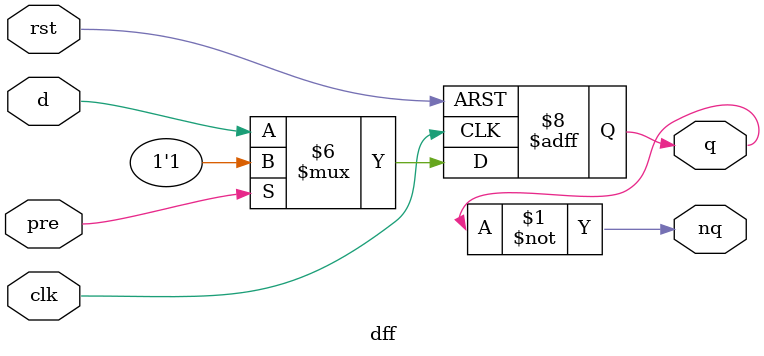
<source format=v>
/*
D flip flop with async reset
*/

module dff(
clk,    // clock
rst,    // reset
pre,    // preset
d,      // input signal
q,      // output
nq      // not q
);

input clk;
input rst;
input pre;
input d;

output q;
output nq;

wire clk;
wire rst;
wire pre;
wire d;

reg q;
// reg nq; this won't work

// nq always the opposite of q
assign nq = ~q;

always @ (posedge rst or posedge clk)
begin
    // in posedge rst only this line can be executed, since rst will be 1.
    // desired since rst signal shouldn't change anything else.
    if (rst == 1'b1) begin
        q <= 0;
    end else if (pre == 1'b1) begin
        q <= 1;
    end else begin
        q <= d;
    end
end

endmodule

</source>
